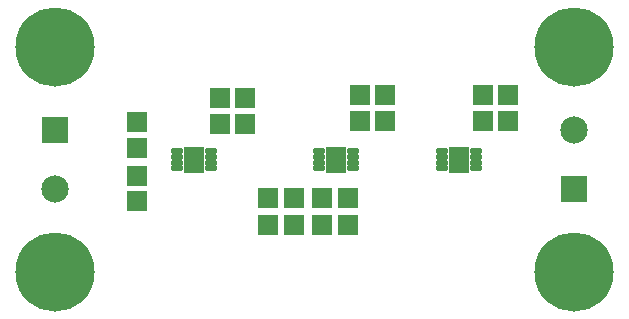
<source format=gts>
G04*
G04 #@! TF.GenerationSoftware,Altium Limited,Altium Designer,20.0.12 (288)*
G04*
G04 Layer_Color=8388736*
%FSLAX24Y24*%
%MOIN*%
G70*
G01*
G75*
%ADD15R,0.0710X0.0867*%
G04:AMPARAMS|DCode=16|XSize=41.9mil|YSize=18.6mil|CornerRadius=5.3mil|HoleSize=0mil|Usage=FLASHONLY|Rotation=0.000|XOffset=0mil|YOffset=0mil|HoleType=Round|Shape=RoundedRectangle|*
%AMROUNDEDRECTD16*
21,1,0.0419,0.0080,0,0,0.0*
21,1,0.0312,0.0186,0,0,0.0*
1,1,0.0107,0.0156,-0.0040*
1,1,0.0107,-0.0156,-0.0040*
1,1,0.0107,-0.0156,0.0040*
1,1,0.0107,0.0156,0.0040*
%
%ADD16ROUNDEDRECTD16*%
%ADD17R,0.0671X0.0710*%
%ADD18R,0.0710X0.0671*%
%ADD19C,0.0907*%
%ADD20R,0.0907X0.0907*%
%ADD21C,0.2639*%
D15*
X15059Y5315D02*
D03*
X10951D02*
D03*
X6226D02*
D03*
D16*
X15624Y5610D02*
D03*
Y5413D02*
D03*
Y5217D02*
D03*
Y5020D02*
D03*
X14494D02*
D03*
Y5217D02*
D03*
Y5413D02*
D03*
Y5610D02*
D03*
X11516D02*
D03*
Y5413D02*
D03*
Y5217D02*
D03*
Y5020D02*
D03*
X10386D02*
D03*
Y5217D02*
D03*
Y5413D02*
D03*
Y5610D02*
D03*
X6791D02*
D03*
Y5413D02*
D03*
Y5217D02*
D03*
Y5020D02*
D03*
X5661D02*
D03*
Y5217D02*
D03*
Y5413D02*
D03*
Y5610D02*
D03*
D17*
X8701Y4035D02*
D03*
X9547D02*
D03*
X15846Y7480D02*
D03*
X16693D02*
D03*
X11752D02*
D03*
X12598D02*
D03*
X7087Y7382D02*
D03*
X7933D02*
D03*
X8701Y3150D02*
D03*
X9547D02*
D03*
X10502D02*
D03*
X11348D02*
D03*
X10502Y4035D02*
D03*
X11348D02*
D03*
X15846Y6594D02*
D03*
X16693D02*
D03*
X11752D02*
D03*
X12598D02*
D03*
X7087Y6496D02*
D03*
X7933D02*
D03*
D18*
X4331Y4783D02*
D03*
Y3937D02*
D03*
Y6555D02*
D03*
Y5709D02*
D03*
D19*
X18898Y6299D02*
D03*
X1575Y4331D02*
D03*
D20*
X18898D02*
D03*
X1575Y6299D02*
D03*
D21*
X18898Y1575D02*
D03*
Y9055D02*
D03*
X1575Y1575D02*
D03*
Y9055D02*
D03*
M02*

</source>
